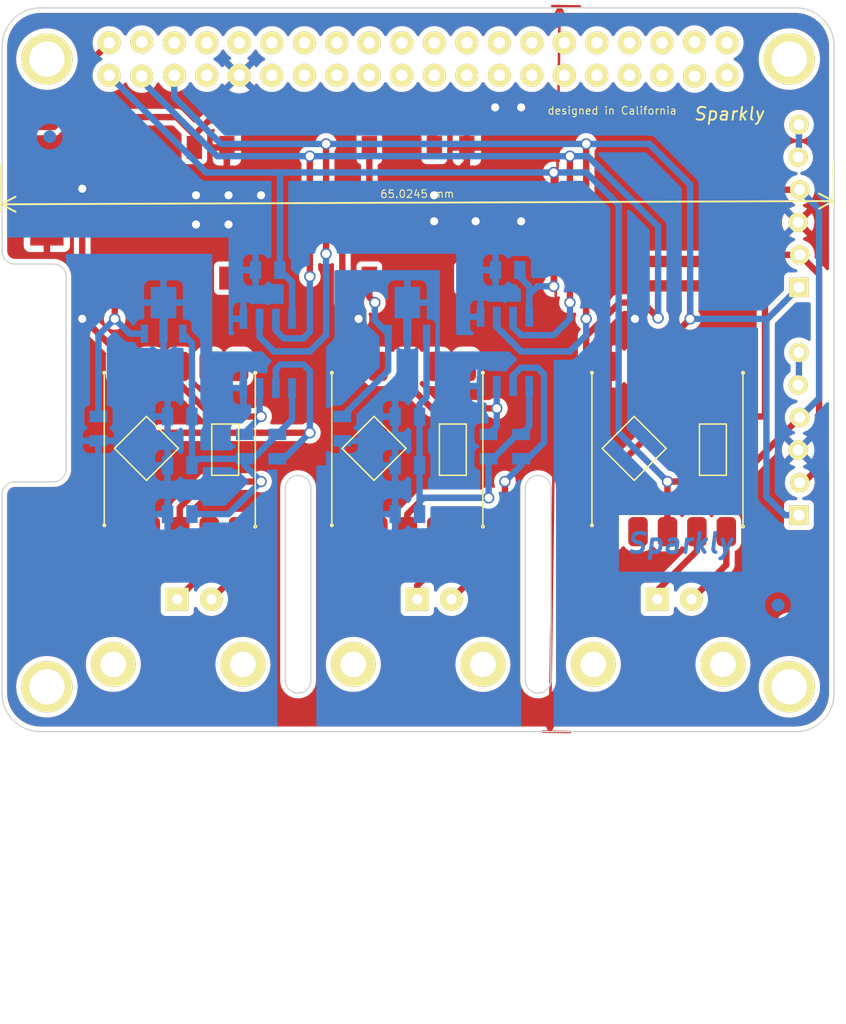
<source format=kicad_pcb>
(kicad_pcb (version 20211014) (generator pcbnew)
  (title_block (title "Tentacle for Raspberry Pi") (date "2017-04-19") (rev "1.0") (company "Whitebox Labs") (comment 1 "Pedro Martin") (comment 2 "Dual isolation, I2C Bus Desi"))
  (layers (0 "F.Cu" signal) (31 "B.Cu" signal) (34 "B.Paste" user) (35 "F.Paste" user) (36 "B.SilkS" user "B.Silkscreen") (37 "F.SilkS" user "F.Silkscreen") (38 "B.Mask" user) (39 "F.Mask" user) (44 "Edge.Cuts" user))
  (net 0 "")
  (net 1 "+3.3V")
  (net 2 "GND")
  (net 3 "GND_ISO2")
  (net 4 "VCC")
  (net 5 "V_ISO2")
  (net 6 "Net-(C202-Pad2)")
  (net 7 "Net-(C302-Pad2)")
  (net 8 "Net-(P101-Pad5)")
  (net 9 "Net-(P201-Pad1)")
  (net 10 "Net-(P201-Pad2)")
  (net 11 "Net-(P301-Pad1)")
  (net 12 "Net-(P301-Pad2)")
  (net 13 "Net-(P401-Pad1)")
  (net 14 "Net-(P401-Pad2)")
  (net 15 "Net-(R201-Pad2)")
  (net 16 "Net-(R202-Pad2)")
  (net 17 "Net-(R301-Pad2)")
  (net 18 "Net-(R302-Pad2)")
  (net 19 "GND_ISO3")
  (net 20 "V_ISO3")
  (net 21 "/SDA")
  (net 22 "/SCL")
  (net 23 "Net-(P102-Pad5)")
  (footprint "temp_terminal:WL-fiducial_1mm" (layer "F.Cu") (at 107.95 65.024)
    (fp_text reference "fiducial" hide)
    (fp_text value "VAL**" hide)
  )
  (footprint "temp_terminal:WL-fiducial_1mm" (layer "F.Cu") (at 166.942 105.2065)
    (fp_text reference "fiducial" hide)
    (fp_text value "VAL**" hide)
  )
  (footprint "temp_terminal:WL-PI_Board_no_outline" (layer "F.Cu") (at 138 61)
    (fp_text reference "PI_Board" hide)
    (fp_text value "VAL**" hide)
  )
  (footprint "temp_terminal:WL-CASE-X-2917" (layer "F.Cu") (at 109 71.25 -90)
    (fp_text reference "C101")
    (fp_text value "470µF")
  )
  (footprint "temp_terminal:WL-R1SE-0505" (layer "F.Cu") (at 119.25 73 180)
    (fp_text reference "DCDC201")
    (fp_text value "R1SE_0505")
  )
  (footprint "temp_terminal:WL-R1SE-0505" (layer "F.Cu") (at 138 73 180)
    (fp_text reference "DCDC301")
    (fp_text value "R1SE_0505")
  )
  (footprint "temp_terminal:WL-PINH_1X6_snk" (layer "F.Cu") (at 167.75 72.47 90)
    (fp_text reference "P101" hide)
    (fp_text value "CONN_01X06" hide)
  )
  (footprint "temp_terminal:WL-EB08040502_snk" (layer "F.Cu") (at 119.25 108.25 180)
    (fp_text reference "P201")
    (fp_text value "BNC")
  )
  (footprint "temp_terminal:WL-EB08040502_snk" (layer "F.Cu") (at 138 108.25 180)
    (fp_text reference "P301")
    (fp_text value "BNC")
  )
  (footprint "temp_terminal:WL-EB08040502_snk" (layer "F.Cu") (at 156.75 108.25 180)
    (fp_text reference "P401")
    (fp_text value "BNC")
  )
  (footprint "temp_terminal:WL-40pin_snk" (layer "F.Cu") (at 138 61)
    (fp_text reference "PI_BOARD101")
    (fp_text value "RASPBERRY_PI_2")
  )
  (footprint "temp_terminal:WL-SM0805R" (layer "F.Cu") (at 156.75 77.75 90)
    (fp_text reference "R101")
    (fp_text value "4.7K")
  )
  (footprint "temp_terminal:WL-SM0805R" (layer "F.Cu") (at 159.25 77.75 90)
    (fp_text reference "R102")
    (fp_text value "4.7K")
  )
  (footprint "temp_terminal:WL-ezo-smd" (layer "F.Cu") (at 114.78 97.89 90)
    (fp_text reference "STP201" hide)
    (fp_text value "EZO_SMD" hide)
  )
  (footprint "temp_terminal:WL-ezo-smd" (layer "F.Cu") (at 132.56 97.89 90)
    (fp_text reference "STP301" hide)
    (fp_text value "EZO_SMD" hide)
  )
  (footprint "temp_terminal:WL-ezo-smd" (layer "F.Cu") (at 152.88 97.89 90)
    (fp_text reference "STP401" hide)
    (fp_text value "EZO_SMD" hide)
  )
  (footprint "temp_terminal:WL-PINH_1X6_snk" (layer "F.Cu") (at 167.75 90.25 90)
    (fp_text reference "P102" hide)
    (fp_text value "CONN_01X06" hide)
  )
  (footprint "temp_terminal:WL-SM0805C" (layer "B.Cu") (at 119.38 92.71)
    (fp_text reference "C201")
    (fp_text value "1µF")
  )
  (footprint "temp_terminal:WL-SM0805C" (layer "B.Cu") (at 113.03 89.8525 90)
    (fp_text reference "C202")
    (fp_text value "1µF")
  )
  (footprint "temp_terminal:WL-SM0805C" (layer "B.Cu") (at 119.38 88.9)
    (fp_text reference "C203")
    (fp_text value "2.2µF")
  )
  (footprint "temp_terminal:WL-SM0805C" (layer "B.Cu") (at 119.38 96.52)
    (fp_text reference "C204")
    (fp_text value "0.1 µF")
  )
  (footprint "temp_terminal:WL-SM0805C" (layer "B.Cu") (at 126.25 77.47 180)
    (fp_text reference "C205")
    (fp_text value "0.1 µF")
  )
  (footprint "temp_terminal:WL-SM0805C" (layer "B.Cu") (at 137.16 92.71)
    (fp_text reference "C301")
    (fp_text value "1µF")
  )
  (footprint "temp_terminal:WL-SM0805C" (layer "B.Cu") (at 132.08 89.8525 90)
    (fp_text reference "C302")
    (fp_text value "1µF")
  )
  (footprint "temp_terminal:WL-SM0805C" (layer "B.Cu") (at 137.16 88.9)
    (fp_text reference "C303")
    (fp_text value "2.2µF")
  )
  (footprint "temp_terminal:WL-SM0805C" (layer "B.Cu") (at 137.16 96.52)
    (fp_text reference "C304")
    (fp_text value "0.1 µF")
  )
  (footprint "temp_terminal:WL-SM0805C" (layer "B.Cu") (at 145 77.47 180)
    (fp_text reference "C305")
    (fp_text value "0.1 µF")
  )
  (footprint "temp_terminal:WL-SM0805R" (layer "B.Cu") (at 124.46 91.25 90)
    (fp_text reference "R201")
    (fp_text value "4.7K")
  )
  (footprint "temp_terminal:WL-SM0805R" (layer "B.Cu") (at 127 91.25 -90)
    (fp_text reference "R202")
    (fp_text value "4.7K")
  )
  (footprint "temp_terminal:WL-SM0805R" (layer "B.Cu") (at 143.51 91.25 90)
    (fp_text reference "R301")
    (fp_text value "4.7K")
  )
  (footprint "temp_terminal:WL-SM0805R" (layer "B.Cu") (at 146.05 91.25 -90)
    (fp_text reference "R302")
    (fp_text value "4.7K")
  )
  (footprint "temp_terminal:WL-SOT89" (layer "B.Cu") (at 118.11 80.96 180)
    (fp_text reference "REG201")
    (fp_text value "LD2981ABU50TR")
  )
  (footprint "temp_terminal:WL-SOT89" (layer "B.Cu") (at 137.16 80.96 180)
    (fp_text reference "REG301")
    (fp_text value "LD2981ABU50TR")
  )
  (footprint "temp_terminal:WL-SOIC8N" (layer "B.Cu") (at 144.78 83.82 90)
    (fp_text reference "SIG_ISO301")
    (fp_text value "SI8600")
  )
  (footprint "temp_terminal:WL-SOIC8N" (layer "B.Cu") (at 126.25 83.98 90)
    (fp_text reference "SIG_ISO201")
    (fp_text value "SI8600")
  )
  (footprint "temp_terminal:WL-fiducial_1mm" (layer "B.Cu") (at 109.22 67.056 180)
    (fp_text reference "fiducial" hide)
    (fp_text value "VAL**" hide)
  )
  (footprint "temp_terminal:WL-fiducial_1mm" (layer "B.Cu") (at 166.116 103.632 180)
    (fp_text reference "fiducial" hide)
    (fp_text value "VAL**" hide)
  )
  (gr_line (start 127.625 109.5) (end 127.625 94.5) (layer "Edge.Cuts") (width 0.1))
  (gr_line (start 129.625 109.5) (end 129.625 94.5) (layer "Edge.Cuts") (width 0.1))
  (gr_arc (start 128.625 110.5) (mid 127.917893 110.207107) (end 127.625 109.5) (layer "Edge.Cuts") (width 0.1))
  (gr_arc (start 129.625 109.5) (mid 129.332107 110.207107) (end 128.625 110.5) (layer "Edge.Cuts") (width 0.1))
  (gr_arc (start 128.625 93.5) (mid 129.332107 93.792893) (end 129.625 94.5) (layer "Edge.Cuts") (width 0.1))
  (gr_arc (start 127.625 94.5) (mid 127.917893 93.792893) (end 128.625 93.5) (layer "Edge.Cuts") (width 0.1))
  (gr_arc (start 105.5 95) (mid 105.792893 94.292893) (end 106.5 94) (layer "Edge.Cuts") (width 0.1))
  (gr_line (start 106.5 94) (end 109.5 94) (layer "Edge.Cuts") (width 0.1))
  (gr_arc (start 105.5 60) (mid 106.37868 57.87868) (end 108.5 57) (layer "Edge.Cuts") (width 0.1))
  (gr_line (start 146.375 109.5) (end 146.375 94.5) (layer "Edge.Cuts") (width 0.1))
  (gr_arc (start 109.5 77) (mid 110.207107 77.292893) (end 110.5 78) (layer "Edge.Cuts") (width 0.1))
  (gr_line (start 105.5 76) (end 105.5 60) (layer "Edge.Cuts") (width 0.1))
  (gr_arc (start 110.5 93) (mid 110.207107 93.707107) (end 109.5 94) (layer "Edge.Cuts") (width 0.1))
  (gr_arc (start 148.375 109.5) (mid 148.082107 110.207107) (end 147.375 110.5) (layer "Edge.Cuts") (width 0.1))
  (gr_arc (start 146.375 94.5) (mid 146.667893 93.792893) (end 147.375 93.5) (layer "Edge.Cuts") (width 0.1))
  (gr_line (start 167.5 113.5) (end 108.5 113.5) (layer "Edge.Cuts") (width 0.1))
  (gr_arc (start 170.5 110.5) (mid 169.62132 112.62132) (end 167.5 113.5) (layer "Edge.Cuts") (width 0.1))
  (gr_line (start 109.5 77) (end 106.5 77) (layer "Edge.Cuts") (width 0.1))
  (gr_arc (start 108.5 113.5) (mid 106.37868 112.62132) (end 105.5 110.5) (layer "Edge.Cuts") (width 0.1))
  (gr_arc (start 167.5 57) (mid 169.62132 57.87868) (end 170.5 60) (layer "Edge.Cuts") (width 0.1))
  (gr_arc (start 147.375 110.5) (mid 146.667893 110.207107) (end 146.375 109.5) (layer "Edge.Cuts") (width 0.1))
  (gr_arc (start 106.5 77) (mid 105.792893 76.707107) (end 105.5 76) (layer "Edge.Cuts") (width 0.1))
  (gr_line (start 148.375 109.5) (end 148.375 94.5) (layer "Edge.Cuts") (width 0.1))
  (gr_line (start 110.5 93) (end 110.5 78) (layer "Edge.Cuts") (width 0.1))
  (gr_line (start 108.5 57) (end 167.5 57) (layer "Edge.Cuts") (width 0.1))
  (gr_line (start 170.5 60) (end 170.5 110.5) (layer "Edge.Cuts") (width 0.1))
  (gr_line (start 105.5 110.5) (end 105.5 95) (layer "Edge.Cuts") (width 0.1))
  (gr_arc (start 147.375 93.5) (mid 148.082107 93.792893) (end 148.375 94.5) (layer "Edge.Cuts") (width 0.1))
  (gr_text "Sparkly" (at 158.496 98.806) (layer "B.Cu") (effects (font (size 1.5 1.5) (thickness 0.3) italic)))
  (gr_text "Sparkly" (at 162.306 65.278) (layer "F.SilkS") (effects (font (size 1 1) (thickness 0.15) italic)))
  (gr_text "designed in California" (at 153.162 65.024) (layer "F.SilkS") (effects (font (size 0.6 0.6) (thickness 0.08))))
  (dimension (type aligned) (layer "F.Cu") (pts (xy 151.13 56.896) (xy 150.368 113.538)) (height 2.0694) (gr_text "56.6471 mm" (at 146.87995 85.16495 89.22925125) (layer "F.Cu") (effects (font (size 1.5 1.5) (thickness 0.3)))) (format (units 3) (units_format 1) (precision 4)) (style (thickness 0.2) (arrow_length 1.27) (text_position_mode 0) (extension_height 0.58642) (extension_offset 0.5) keep_text_aligned))
  (dimension (type aligned) (layer "F.SilkS") (pts (xy 105.41 68.834) (xy 170.434 68.58)) (height 3.501402) (gr_text "65.0245 mm" (at 137.933021 71.52838 0.2238105004) (layer "F.SilkS") (effects (font (size 0.6 0.6) (thickness 0.08)))) (format (units 3) (units_format 1) (precision 4)) (style (thickness 0.15) (arrow_length 1.27) (text_position_mode 0) (extension_height 0.58642) (extension_offset 0.5) keep_text_aligned))
  (segment (start 160.7775 76.7975) (end 166.375 71.2) (width 0.5) (layer "F.Cu") (net 1))
  (segment (start 166.375 71.2) (end 167.8135 71.2) (width 0.5) (layer "F.Cu") (net 1))
  (segment (start 156.75 76.7975) (end 159.25 76.7975) (width 0.5) (layer "F.Cu") (net 1))
  (segment (start 148.59 69.85) (end 148.59 78.74) (width 0.5) (layer "F.Cu") (net 1))
  (segment (start 159.25 76.7975) (end 160.7775 76.7975) (width 0.5) (layer "F.Cu") (net 1))
  (segment (start 157.48 93.98) (end 157.48 97.89) (width 0.5) (layer "F.Cu") (net 1))
  (segment (start 162.8135 93.98) (end 167.8135 88.98) (width 0.5) (layer "F.Cu") (net 1))
  (segment (start 157.48 93.98) (end 162.8135 93.98) (width 0.5) (layer "F.Cu") (net 1))
  (via (at 148.59 78.74) (size 0.889) (drill 0.635) (layers "F.Cu" "B.Cu") (net 1))
  (via (at 157.48 93.98) (size 0.889) (drill 0.635) (layers "F.Cu" "B.Cu") (net 1))
  (via (at 148.59 69.85) (size 0.889) (drill 0.635) (layers "F.Cu" "B.Cu") (net 1))
  (segment (start 167.8135 71.2135) (end 169.325 72.725) (width 0.5) (layer "B.Cu") (net 1))
  (segment (start 169.325 72.725) (end 169.325 87.4685) (width 0.5) (layer "B.Cu") (net 1))
  (segment (start 169.325 87.4685) (end 167.8135 88.98) (width 0.5) (layer "B.Cu") (net 1))
  (segment (start 151.13 69.85) (end 128.19 69.85) (width 0.5) (layer "B.Cu") (net 1))
  (segment (start 157.48 93.98) (end 153.67 90.17) (width 0.5) (layer "B.Cu") (net 1))
  (segment (start 153.67 72.39) (end 151.13 69.85) (width 0.5) (layer "B.Cu") (net 1))
  (segment (start 128.155 81.28) (end 128.155 78.4225) (width 0.5) (layer "B.Cu") (net 1))
  (segment (start 145.9525 78.0075) (end 145.9525 77.47) (width 0.5) (layer "B.Cu") (net 1))
  (segment (start 146.685 78.74) (end 145.9525 78.0075) (width 0.5) (layer "B.Cu") (net 1))
  (segment (start 127.2025 77.47) (end 127.2025 70.0525) (width 0.5) (layer "B.Cu") (net 1))
  (segment (start 121.45 69.85) (end 113.87 62.27) (width 0.5) (layer "B.Cu") (net 1))
  (segment (start 146.685 81.12) (end 146.685 79.375) (width 0.5) (layer "B.Cu") (net 1))
  (segment (start 167.8135 71.2) (end 167.8135 71.2135) (width 0.5) (layer "B.Cu") (net 1))
  (segment (start 146.685 79.375) (end 147.32 78.74) (width 0.5) (layer "B.Cu") (net 1))
  (segment (start 146.685 81.12) (end 146.685 78.74) (width 0.5) (layer "B.Cu") (net 1))
  (segment (start 128.155 78.4225) (end 127.2025 77.47) (width 0.5) (layer "B.Cu") (net 1))
  (segment (start 127 69.85) (end 121.45 69.85) (width 0.5) (layer "B.Cu") (net 1))
  (segment (start 128.27 69.85) (end 127 69.85) (width 0.5) (layer "B.Cu") (net 1))
  (segment (start 127.2025 70.0525) (end 127 69.85) (width 0.5) (layer "B.Cu") (net 1))
  (segment (start 147.32 78.74) (end 148.59 78.74) (width 0.5) (layer "B.Cu") (net 1))
  (segment (start 153.67 90.17) (end 153.67 72.39) (width 0.5) (layer "B.Cu") (net 1))
  (segment (start 110.49 71.12) (end 111.76 71.12) (width 0.5) (layer "F.Cu") (net 2))
  (segment (start 120.65 71.628) (end 121.372 71.628) (width 0.5) (layer "F.Cu") (net 2))
  (segment (start 141.81 69.068) (end 139.25 71.628) (width 0.5) (layer "F.Cu") (net 2))
  (segment (start 144.018 72.136) (end 142.494 73.66) (width 0.5) (layer "F.Cu") (net 2))
  (segment (start 120.65 73.914) (end 123.19 73.914) (width 0.5) (layer "F.Cu") (net 2))
  (segment (start 144.018 64.77) (end 144.018 72.136) (width 0.5) (layer "F.Cu") (net 2))
  (segment (start 109 74.37) (end 109 72.61) (width 0.5) (layer "F.Cu") (net 2))
  (segment (start 152.88 83.34) (end 152.88 84.99) (width 0.5) (layer "F.Cu") (net 2))
  (segment (start 109 72.61) (end 110.49 71.12) (width 0.5) (layer "F.Cu") (net 2))
  (segment (start 123.19 71.628) (end 125.73 71.628) (width 0.5) (layer "F.Cu") (net 2))
  (segment (start 121.372 71.628) (end 123.06 69.94) (width 0.5) (layer "F.Cu") (net 2))
  (segment (start 146.05 73.66) (end 146.05 64.77) (width 0.5) (layer "F.Cu") (net 2))
  (segment (start 141.81 67.9) (end 141.81 69.068) (width 0.5) (layer "F.Cu") (net 2))
  (segment (start 154.94 81.28) (end 152.88 83.34) (width 0.5) (layer "F.Cu") (net 2))
  (segment (start 123.06 69.94) (end 123.06 67.9) (width 0.5) (layer "F.Cu") (net 2))
  (segment (start 139.25 73.66) (end 142.494 73.66) (width 0.5) (layer "F.Cu") (net 2))
  (via (at 120.65 71.628) (size 0.889) (drill 0.635) (layers "F.Cu" "B.Cu") (net 2))
  (via (at 123.19 73.914) (size 0.889) (drill 0.635) (layers "F.Cu" "B.Cu") (net 2))
  (via (at 139.25 71.628) (size 0.889) (drill 0.635) (layers "F.Cu" "B.Cu") (net 2))
  (via (at 139.25 73.66) (size 0.889) (drill 0.635) (layers "F.Cu" "B.Cu") (net 2))
  (via (at 146.05 64.77) (size 0.889) (drill 0.635) (layers "F.Cu" "B.Cu") (net 2))
  (via (at 111.76 71.12) (size 0.889) (drill 0.635) (layers "F.Cu" "B.Cu") (net 2))
  (via (at 142.494 73.66) (size 0.889) (drill 0.635) (layers "F.Cu" "B.Cu") (net 2))
  (via (at 146.05 73.66) (size 0.889) (drill 0.635) (layers "F.Cu" "B.Cu") (net 2))
  (via (at 123.19 71.628) (size 0.889) (drill 0.635) (layers "F.Cu" "B.Cu") (net 2))
  (via (at 125.73 71.628) (size 0.889) (drill 0.635) (layers "F.Cu" "B.Cu") (net 2))
  (via (at 144.018 64.77) (size 0.889) (drill 0.635) (layers "F.Cu" "B.Cu") (net 2))
  (via (at 120.65 73.914) (size 0.889) (drill 0.635) (layers "F.Cu" "B.Cu") (net 2))
  (via (at 154.94 81.28) (size 0.889) (drill 0.635) (layers "F.Cu" "B.Cu") (net 2))
  (segment (start 142.494 73.66) (end 146.05 73.66) (width 0.5) (layer "B.Cu") (net 2))
  (segment (start 123.19 73.914) (end 123.19 71.628) (width 0.5) (layer "B.Cu") (net 2))
  (segment (start 139.25 71.628) (end 139.25 73.66) (width 0.5) (layer "B.Cu") (net 2))
  (segment (start 120.65 71.628) (end 120.65 73.914) (width 0.5) (layer "B.Cu") (net 2))
  (segment (start 114.78 84.17) (end 114.78 84.99) (width 0.5) (layer "F.Cu") (net 3))
  (segment (start 111.76 80.01) (end 111.76 73.66) (width 0.5) (layer "F.Cu") (net 3))
  (segment (start 111.76 81.15) (end 114.78 84.17) (width 0.5) (layer "F.Cu") (net 3))
  (segment (start 111.76 80.01) (end 111.76 81.15) (width 0.5) (layer "F.Cu") (net 3))
  (segment (start 115.44 69.91) (end 111.76 73.59) (width 0.5) (layer "F.Cu") (net 3))
  (segment (start 115.44 67.9) (end 115.44 69.91) (width 0.5) (layer "F.Cu") (net 3))
  (via (at 111.76 81.28) (size 0.889) (drill 0.635) (layers "F.Cu" "B.Cu") (net 3))
  (segment (start 121.666 65.786) (end 137.922 65.786) (width 0.5) (layer "F.Cu") (net 4))
  (segment (start 120.52 67.9) (end 120.52 66.932) (width 0.5) (layer "F.Cu") (net 4))
  (segment (start 120.52 66.926) (end 119.126 65.532) (width 0.5) (layer "F.Cu") (net 4))
  (segment (start 111.76 61.84) (end 111.76 65.37) (width 0.5) (layer "F.Cu") (net 4))
  (segment (start 137.922 65.786) (end 139.27 67.134) (width 0.5) (layer "F.Cu") (net 4))
  (segment (start 139.27 67.134) (end 139.27 67.9) (width 0.5) (layer "F.Cu") (net 4))
  (segment (start 119.126 65.532) (end 111.598 65.532) (width 0.5) (layer "F.Cu") (net 4))
  (segment (start 111.171 65.959) (end 109 68.13) (width 0.5) (layer "F.Cu") (net 4))
  (segment (start 111.598 65.532) (end 111.171 65.959) (width 0.5) (layer "F.Cu") (net 4))
  (segment (start 113.87 59.73) (end 111.76 61.84) (width 0.5) (layer "F.Cu") (net 4))
  (segment (start 120.52 67.9) (end 120.52 66.926) (width 0.5) (layer "F.Cu") (net 4))
  (segment (start 120.52 66.932) (end 121.666 65.786) (width 0.5) (layer "F.Cu") (net 4))
  (segment (start 111.76 65.37) (end 111.171 65.959) (width 0.5) (layer "F.Cu") (net 4))
  (segment (start 119.38 97.89) (end 119.38 96.012) (width 0.5) (layer "F.Cu") (net 5))
  (segment (start 121.412 93.98) (end 125.73 93.98) (width 0.5) (layer "F.Cu") (net 5))
  (segment (start 119.38 96.012) (end 121.412 93.98) (width 0.5) (layer "F.Cu") (net 5))
  (via (at 125.73 93.98) (size 0.889) (drill 0.635) (layers "F.Cu" "B.Cu") (net 5))
  (segment (start 128.155 89.1425) (end 127 90.2975) (width 0.5) (layer "B.Cu") (net 5))
  (segment (start 124.46 92.2025) (end 120.84 92.2025) (width 0.5) (layer "B.Cu") (net 5))
  (segment (start 120.3325 88.9) (end 120.3325 83.1575) (width 0.5) (layer "B.Cu") (net 5))
  (segment (start 123.19 96.52) (end 125.73 93.98) (width 0.5) (layer "B.Cu") (net 5))
  (segment (start 125.095 92.2025) (end 127 90.2975) (width 0.5) (layer "B.Cu") (net 5))
  (segment (start 124.46 92.2025) (end 125.095 92.2025) (width 0.5) (layer "B.Cu") (net 5))
  (segment (start 124.46 92.2025) (end 124.46 92.71) (width 0.5) (layer "B.Cu") (net 5))
  (segment (start 120.3325 83.1575) (end 119.61 82.435) (width 0.5) (layer "B.Cu") (net 5))
  (segment (start 120.84 92.2025) (end 120.3325 92.71) (width 0.5) (layer "B.Cu") (net 5))
  (segment (start 124.46 92.71) (end 125.73 93.98) (width 0.5) (layer "B.Cu") (net 5))
  (segment (start 120.3325 96.52) (end 123.19 96.52) (width 0.5) (layer "B.Cu") (net 5))
  (segment (start 120.3325 92.71) (end 120.3325 88.9) (width 0.5) (layer "B.Cu") (net 5))
  (segment (start 128.155 86.68) (end 128.155 89.1425) (width 0.5) (layer "B.Cu") (net 5))
  (segment (start 114.3 80.45) (end 115.44 79.31) (width 0.5) (layer "F.Cu") (net 6))
  (segment (start 114.3 81.28) (end 114.3 80.45) (width 0.5) (layer "F.Cu") (net 6))
  (segment (start 115.44 79.31) (end 115.44 78.1) (width 0.5) (layer "F.Cu") (net 6))
  (via (at 114.3 81.28) (size 0.889) (drill 0.635) (layers "F.Cu" "B.Cu") (net 6))
  (segment (start 115.455 82.435) (end 114.3 81.28) (width 0.5) (layer "B.Cu") (net 6))
  (segment (start 116.61 82.435) (end 115.455 82.435) (width 0.5) (layer "B.Cu") (net 6))
  (segment (start 113.03 88.9) (end 113.03 82.55) (width 0.5) (layer "B.Cu") (net 6))
  (segment (start 113.03 82.55) (end 114.3 81.28) (width 0.5) (layer "B.Cu") (net 6))
  (segment (start 134.19 78.1) (end 134.19 79.58) (width 0.5) (layer "F.Cu") (net 7))
  (segment (start 134.19 79.58) (end 134.62 80.01) (width 0.5) (layer "F.Cu") (net 7))
  (via (at 134.62 80.01) (size 0.889) (drill 0.635) (layers "F.Cu" "B.Cu") (net 7))
  (segment (start 135.66 82.435) (end 135.66 85.32) (width 0.5) (layer "B.Cu") (net 7))
  (segment (start 134.62 80.01) (end 134.62 81.395) (width 0.5) (layer "B.Cu") (net 7))
  (segment (start 134.62 81.395) (end 135.66 82.435) (width 0.5) (layer "B.Cu") (net 7))
  (segment (start 135.66 85.32) (end 132.08 88.9) (width 0.5) (layer "B.Cu") (net 7))
  (segment (start 167.75 68.5965) (end 167.6865 68.66) (width 0.5) (layer "B.Cu") (net 8))
  (segment (start 167.75 66.12) (end 167.75 68.5965) (width 0.5) (layer "B.Cu") (net 8))
  (segment (start 121.68 100.6765) (end 121.68 97.89) (width 0.5) (layer "F.Cu") (net 9))
  (segment (start 119.1865 103.17) (end 121.68 100.6765) (width 0.5) (layer "F.Cu") (net 9))
  (segment (start 123.98 101.0435) (end 121.8535 103.17) (width 0.5) (layer "F.Cu") (net 10))
  (segment (start 123.98 97.89) (end 123.98 101.0435) (width 0.5) (layer "F.Cu") (net 10))
  (segment (start 137.9365 102.0935) (end 139.46 100.57) (width 0.5) (layer "F.Cu") (net 11))
  (segment (start 139.46 100.57) (end 139.46 97.89) (width 0.5) (layer "F.Cu") (net 11))
  (segment (start 137.9365 103.17) (end 137.9365 102.0935) (width 0.5) (layer "F.Cu") (net 11))
  (segment (start 140.6035 103.17) (end 141.76 102.0135) (width 0.5) (layer "F.Cu") (net 12))
  (segment (start 141.76 102.0135) (end 141.76 97.89) (width 0.5) (layer "F.Cu") (net 12))
  (segment (start 159.78 99.391754) (end 156.75 102.421754) (width 0.5) (layer "F.Cu") (net 13))
  (segment (start 156.75 102.421754) (end 156.75 103.1065) (width 0.5) (layer "F.Cu") (net 13))
  (segment (start 156.75 103.1065) (end 156.6865 103.17) (width 0.5) (layer "F.Cu") (net 13))
  (segment (start 159.78 97.89) (end 159.78 99.391754) (width 0.5) (layer "F.Cu") (net 13))
  (segment (start 162.08 100.474452) (end 159.384452 103.17) (width 0.5) (layer "F.Cu") (net 14))
  (segment (start 159.384452 103.17) (end 159.3535 103.17) (width 0.5) (layer "F.Cu") (net 14))
  (segment (start 162.08 97.89) (end 162.08 100.474452) (width 0.5) (layer "F.Cu") (net 14))
  (segment (start 121.92 88.9) (end 125.73 88.9) (width 0.5) (layer "F.Cu") (net 15))
  (segment (start 119.38 86.36) (end 121.92 88.9) (width 0.5) (layer "F.Cu") (net 15))
  (segment (start 119.38 84.99) (end 119.38 86.36) (width 0.5) (layer "F.Cu") (net 15))
  (via (at 125.73 88.9) (size 0.889) (drill 0.635) (layers "F.Cu" "B.Cu") (net 15))
  (segment (start 124.46 90.2975) (end 124.46 90.17) (width 0.5) (layer "B.Cu") (net 15))
  (segment (start 125.615 86.68) (end 125.615 88.785) (width 0.5) (layer "B.Cu") (net 15))
  (segment (start 124.46 90.17) (end 125.73 88.9) (width 0.5) (layer "B.Cu") (net 15))
  (segment (start 125.615 88.785) (end 125.73 88.9) (width 0.5) (layer "B.Cu") (net 15))
  (segment (start 117.856 90.17) (end 114.78 93.246) (width 0.5) (layer "F.Cu") (net 16))
  (segment (start 114.78 93.246) (end 114.78 97.89) (width 0.5) (layer "F.Cu") (net 16))
  (segment (start 129.54 90.17) (end 117.856 90.17) (width 0.5) (layer "F.Cu") (net 16))
  (via (at 129.54 90.17) (size 0.889) (drill 0.635) (layers "F.Cu" "B.Cu") (net 16))
  (segment (start 129.54 90.17) (end 129.54 85.344) (width 0.5) (layer "B.Cu") (net 16))
  (segment (start 127.5075 92.2025) (end 129.54 90.17) (width 0.5) (layer "B.Cu") (net 16))
  (segment (start 129.54 85.344) (end 129.032 84.836) (width 0.5) (layer "B.Cu") (net 16))
  (segment (start 127.254 84.836) (end 126.885 85.205) (width 0.5) (layer "B.Cu") (net 16))
  (segment (start 126.885 85.205) (end 126.885 86.68) (width 0.5) (layer "B.Cu") (net 16))
  (segment (start 127 92.2025) (end 127.5075 92.2025) (width 0.5) (layer "B.Cu") (net 16))
  (segment (start 129.032 84.836) (end 127.254 84.836) (width 0.5) (layer "B.Cu") (net 16))
  (segment (start 137.16 86.36) (end 139.065 88.265) (width 0.5) (layer "F.Cu") (net 17))
  (segment (start 139.065 88.265) (end 144.145 88.265) (width 0.5) (layer "F.Cu") (net 17))
  (segment (start 137.16 84.99) (end 137.16 86.36) (width 0.5) (layer "F.Cu") (net 17))
  (via (at 144.145 88.265) (size 0.889) (drill 0.635) (layers "F.Cu" "B.Cu") (net 17))
  (segment (start 143.51 90.2975) (end 144.145 89.6625) (width 0.5) (layer "B.Cu") (net 17))
  (segment (start 144.145 89.6625) (end 144.145 88.265) (width 0.5) (layer "B.Cu") (net 17))
  (segment (start 144.145 88.265) (end 144.145 86.52) (width 0.5) (layer "B.Cu") (net 17))
  (segment (start 132.56 97.89) (end 132.56 103.35) (width 0.5) (layer "F.Cu") (net 18))
  (segment (start 143.51 105.41) (end 144.78 104.14) (width 0.5) (layer "F.Cu") (net 18))
  (segment (start 134.62 105.41) (end 143.51 105.41) (width 0.5) (layer "F.Cu") (net 18))
  (segment (start 132.56 103.35) (end 134.62 105.41) (width 0.5) (layer "F.Cu") (net 18))
  (segment (start 144.78 104.14) (end 144.78 93.98) (width 0.5) (layer "F.Cu") (net 18))
  (via (at 144.78 93.98) (size 0.889) (drill 0.635) (layers "F.Cu" "B.Cu") (net 18))
  (segment (start 146.05 92.71) (end 146.05 92.2025) (width 0.5) (layer "B.Cu") (net 18))
  (segment (start 147.828 90.932) (end 146.5575 92.2025) (width 0.5) (layer "B.Cu") (net 18))
  (segment (start 145.415 85.707978) (end 146.032978 85.09) (width 0.5) (layer "B.Cu") (net 18))
  (segment (start 147.828 85.580978) (end 147.828 90.932) (width 0.5) (layer "B.Cu") (net 18))
  (segment (start 146.032978 85.09) (end 147.337022 85.09) (width 0.5) (layer "B.Cu") (net 18))
  (segment (start 144.78 93.98) (end 146.05 92.71) (width 0.5) (layer "B.Cu") (net 18))
  (segment (start 145.415 86.52) (end 145.415 85.707978) (width 0.5) (layer "B.Cu") (net 18))
  (segment (start 146.5575 92.2025) (end 146.05 92.2025) (width 0.5) (layer "B.Cu") (net 18))
  (segment (start 147.337022 85.09) (end 147.828 85.580978) (width 0.5) (layer "B.Cu") (net 18))
  (segment (start 133.35 81.28) (end 132.08 80.01) (width 0.5) (layer "F.Cu") (net 19))
  (segment (start 132.56 84.99) (end 132.56 82.07) (width 0.5) (layer "F.Cu") (net 19))
  (segment (start 132.08 80.01) (end 132.08 74.93) (width 0.5) (layer "F.Cu") (net 19))
  (segment (start 132.08 74.93) (end 134.19 72.82) (width 0.5) (layer "F.Cu") (net 19))
  (segment (start 134.19 72.82) (end 134.19 67.9) (width 0.5) (layer "F.Cu") (net 19))
  (segment (start 132.56 82.07) (end 133.35 81.28) (width 0.5) (layer "F.Cu") (net 19))
  (via (at 133.35 81.28) (size 0.889) (drill 0.635) (layers "F.Cu" "B.Cu") (net 19))
  (segment (start 137.16 96.52) (end 138.43 95.25) (width 0.5) (layer "F.Cu") (net 20))
  (segment (start 137.16 97.89) (end 137.16 96.52) (width 0.5) (layer "F.Cu") (net 20))
  (segment (start 138.43 95.25) (end 143.51 95.25) (width 0.5) (layer "F.Cu") (net 20))
  (via (at 143.51 95.25) (size 0.889) (drill 0.635) (layers "F.Cu" "B.Cu") (net 20))
  (segment (start 138.1125 88.9) (end 138.1125 92.71) (width 0.5) (layer "B.Cu") (net 20))
  (segment (start 138.1125 87.9475) (end 138.66 87.4) (width 0.5) (layer "B.Cu") (net 20))
  (segment (start 138.66 87.4) (end 138.66 82.435) (width 0.5) (layer "B.Cu") (net 20))
  (segment (start 143.82725 92.2025) (end 145.73225 90.2975) (width 0.5) (layer "B.Cu") (net 20))
  (segment (start 143.51 92.2025) (end 143.82725 92.2025) (width 0.5) (layer "B.Cu") (net 20))
  (segment (start 146.685 89.6625) (end 146.685 86.52) (width 0.5) (layer "B.Cu") (net 20))
  (segment (start 145.73225 90.2975) (end 146.05 90.2975) (width 0.5) (layer "B.Cu") (net 20))
  (segment (start 138.43 95.25) (end 138.1125 95.5675) (width 0.5) (layer "B.Cu") (net 20))
  (segment (start 138.1125 95.5675) (end 138.1125 96.52) (width 0.5) (layer "B.Cu") (net 20))
  (segment (start 138.1125 88.9) (end 138.1125 87.9475) (width 0.5) (layer "B.Cu") (net 20))
  (segment (start 143.51 95.25) (end 138.43 95.25) (width 0.5) (layer "B.Cu") (net 20))
  (segment (start 138.1125 96.52) (end 138.1125 92.71) (width 0.5) (layer "B.Cu") (net 20))
  (segment (start 143.51 95.25) (end 143.51 92.2025) (width 0.5) (layer "B.Cu") (net 20))
  (segment (start 146.05 90.2975) (end 146.685 89.6625) (width 0.5) (layer "B.Cu") (net 20))
  (segment (start 168.115 94.06) (end 169.325 92.85) (width 0.5) (layer "F.Cu") (net 21))
  (segment (start 169.325 92.85) (end 169.325 77.7915) (width 0.5) (layer "F.Cu") (net 21))
  (segment (start 169.325 77.7915) (end 167.8135 76.28) (width 0.5) (layer "F.Cu") (net 21))
  (segment (start 157.48 88.9) (end 165.1 88.9) (width 0.5) (layer "F.Cu") (net 21))
  (segment (start 165.1 77.2) (end 166.02 76.28) (width 0.5) (layer "F.Cu") (net 21))
  (segment (start 149.86 68.58) (end 149.86 80.01) (width 0.5) (layer "F.Cu") (net 21))
  (segment (start 166.02 76.28) (end 167.8135 76.28) (width 0.5) (layer "F.Cu") (net 21))
  (segment (start 153.67 80.01) (end 153.67 80.080691) (width 0.5) (layer "F.Cu") (net 21))
  (segment (start 155.5524 80.01) (end 153.67 80.01) (width 0.5) (layer "F.Cu") (net 21))
  (segment (start 165.1 88.9) (end 165.1 82.55) (width 0.5) (layer "F.Cu") (net 21))
  (segment (start 167.8135 94.06) (end 168.115 94.06) (width 0.5) (layer "F.Cu") (net 21))
  (segment (start 156.75 81.2076) (end 155.5524 80.01) (width 0.5) (layer "F.Cu") (net 21))
  (segment (start 165.1 82.55) (end 165.1 77.2) (width 0.5) (layer "F.Cu") (net 21))
  (segment (start 129.54 68.58) (end 129.54 77.978) (width 0.5) (layer "F.Cu") (net 21))
  (segment (start 151.13 82.620691) (end 151.13 91.75) (width 0.5) (layer "F.Cu") (net 21))
  (segment (start 151.13 91.75) (end 152.88 93.5) (width 0.5) (layer "F.Cu") (net 21))
  (segment (start 152.88 93.5) (end 157.48 88.9) (width 0.5) (layer "F.Cu") (net 21))
  (segment (start 156.75 78.7025) (end 156.75 81.2076) (width 0.5) (layer "F.Cu") (net 21))
  (segment (start 152.88 97.89) (end 152.88 93.5) (width 0.5) (layer "F.Cu") (net 21))
  (segment (start 153.67 80.080691) (end 151.13 82.620691) (width 0.5) (layer "F.Cu") (net 21))
  (via (at 149.86 68.58) (size 0.889) (drill 0.635) (layers "F.Cu" "B.Cu") (net 21))
  (via (at 129.54 77.978) (size 0.889) (drill 0.635) (layers "F.Cu" "B.Cu") (net 21))
  (via (at 129.54 68.58) (size 0.889) (drill 0.635) (layers "F.Cu" "B.Cu") (net 21))
  (via (at 156.75 81.2076) (size 0.889) (drill 0.635) (layers "F.Cu" "B.Cu") (net 21))
  (via (at 149.86 80.01) (size 0.889) (drill 0.635) (layers "F.Cu" "B.Cu") (net 21))
  (segment (start 149.86 80.01) (end 149.86 81.28) (width 0.5) (layer "B.Cu") (net 21))
  (segment (start 156.75 74.075) (end 156.75 81.2076) (width 0.5) (layer "B.Cu") (net 21))
  (segment (start 116.41 62.685) (end 116.41 62.3335) (width 0.5) (layer "B.Cu") (net 21))
  (segment (start 145.415 81.915) (end 145.415 81.12) (width 0.5) (layer "B.Cu") (net 21))
  (segment (start 151.255 68.58) (end 156.75 74.075) (width 0.5) (layer "B.Cu") (net 21))
  (segment (start 146.05 82.55) (end 145.415 81.915) (width 0.5) (layer "B.Cu") (net 21))
  (segment (start 148.59 82.55) (end 146.05 82.55) (width 0.5) (layer "B.Cu") (net 21))
  (segment (start 129.54 82.296) (end 129.032 82.804) (width 0.5) (layer "B.Cu") (net 21))
  (segment (start 129.54 68.58) (end 151.255 68.58) (width 0.5) (layer "B.Cu") (net 21))
  (segment (start 127.508 82.804) (end 126.885 82.181) (width 0.5) (layer "B.Cu") (net 21))
  (segment (start 129.54 68.58) (end 122.305 68.58) (width 0.5) (layer "B.Cu") (net 21))
  (segment (start 129.54 77.978) (end 129.54 82.296) (width 0.5) (layer "B.Cu") (net 21))
  (segment (start 126.885 82.181) (end 126.885 81.28) (width 0.5) (layer "B.Cu") (net 21))
  (segment (start 129.032 82.804) (end 127.508 82.804) (width 0.5) (layer "B.Cu") (net 21))
  (segment (start 149.86 81.28) (end 148.59 82.55) (width 0.5) (layer "B.Cu") (net 21))
  (segment (start 122.305 68.58) (end 116.41 62.685) (width 0.5) (layer "B.Cu") (net 21))
  (segment (start 159.25 81.28) (end 157.48 83.05) (width 0.5) (layer "F.Cu") (net 22))
  (segment (start 151.13 81.28) (end 151.13 67.625) (width 0.5) (layer "F.Cu") (net 22))
  (segment (start 157.48 83.05) (end 157.48 84.99) (width 0.5) (layer "F.Cu") (net 22))
  (segment (start 130.81 67.625) (end 130.81 76.2) (width 0.5) (layer "F.Cu") (net 22))
  (segment (start 159.25 81.28) (end 159.25 78.7025) (width 0.5) (layer "F.Cu") (net 22))
  (via (at 151.13 67.625) (size 0.889) (drill 0.635) (layers "F.Cu" "B.Cu") (net 22))
  (via (at 159.25 81.28) (size 0.889) (drill 0.635) (layers "F.Cu" "B.Cu") (net 22))
  (via (at 130.81 76.2) (size 0.889) (drill 0.635) (layers "F.Cu" "B.Cu") (net 22))
  (via (at 151.13 81.28) (size 0.889) (drill 0.635) (layers "F.Cu" "B.Cu") (net 22))
  (via (at 130.81 67.625) (size 0.889) (drill 0.635) (layers "F.Cu" "B.Cu") (net 22))
  (segment (start 165.21 95.16) (end 166.65 96.6) (width 0.5) (layer "B.Cu") (net 22))
  (segment (start 166.65 96.6) (end 167.75 96.6) (width 0.5) (layer "B.Cu") (net 22))
  (segment (start 130.81 82.55) (end 129.54 83.82) (width 0.5) (layer "B.Cu") (net 22))
  (segment (start 126.746 83.82) (end 125.615 82.689) (width 0.5) (layer "B.Cu") (net 22))
  (segment (start 118.95 63.975) (end 118.95 62.27) (width 0.5) (layer "B.Cu") (net 22))
  (segment (start 167.75 78.82) (end 165.29 81.28) (width 0.5) (layer "B.Cu") (net 22))
  (segment (start 130.81 76.2) (end 130.81 82.55) (width 0.5) (layer "B.Cu") (net 22))
  (segment (start 122.6 67.625) (end 118.95 63.975) (width 0.5) (layer "B.Cu") (net 22))
  (segment (start 151.13 82.55) (end 149.86 83.82) (width 0.5) (layer "B.Cu") (net 22))
  (segment (start 156.075 67.625) (end 151.13 67.625) (width 0.5) (layer "B.Cu") (net 22))
  (segment (start 130.81 67.625) (end 151.13 67.625) (width 0.5) (layer "B.Cu") (net 22))
  (segment (start 151.13 81.28) (end 151.13 82.55) (width 0.5) (layer "B.Cu") (net 22))
  (segment (start 159.25 81.28) (end 159.25 70.8) (width 0.5) (layer "B.Cu") (net 22))
  (segment (start 129.54 83.82) (end 126.746 83.82) (width 0.5) (layer "B.Cu") (net 22))
  (segment (start 125.615 82.689) (end 125.615 81.28) (width 0.5) (layer "B.Cu") (net 22))
  (segment (start 144.145 81.915) (end 144.145 81.12) (width 0.5) (layer "B.Cu") (net 22))
  (segment (start 159.25 70.8) (end 156.075 67.625) (width 0.5) (layer "B.Cu") (net 22))
  (segment (start 165.21 81.39) (end 165.21 95.16) (width 0.5) (layer "B.Cu") (net 22))
  (segment (start 165.29 81.28) (end 159.25 81.28) (width 0.5) (layer "B.Cu") (net 22))
  (segment (start 130.81 67.625) (end 122.6 67.625) (width 0.5) (layer "B.Cu") (net 22))
  (segment (start 146.05 83.82) (end 144.145 81.915) (width 0.5) (layer "B.Cu") (net 22))
  (segment (start 149.86 83.82) (end 146.05 83.82) (width 0.5) (layer "B.Cu") (net 22))
  (segment (start 167.75 86.3765) (end 167.6865 86.44) (width 0.5) (layer "B.Cu") (net 23))
  (segment (start 167.75 83.9) (end 167.75 86.3765) (width 0.5) (layer "B.Cu") (net 23))
  (zone (net 2) (net_name "GND") (layer "F.Cu") (connect_pads (clearance 0.40015)) (min_thickness 0.254) (fill yes (thermal_gap 0.508) (thermal_bridge_width 0.508))
    (polygon (pts (xy 171.45 114.3) (xy 105.41 114.554) (xy 105.41 56.642) (xy 171.196 56.388)))
  )
  (zone (net 2) (net_name "GND") (layer "B.Cu") (connect_pads (clearance 0.40015)) (min_thickness 0.254) (fill yes (thermal_gap 0.508) (thermal_bridge_width 0.508))
    (polygon (pts (xy 171.45 114.3) (xy 148.59 114.3) (xy 148.59 82.55) (xy 140.97 82.55) (xy 140.97 76.2) (xy 129.54 76.2) (xy 129.54 82.55) (xy 123.19 82.55) (xy 123.19 74.93) (xy 105.41 74.93) (xy 105.41 56.388) (xy 171.45 56.388)))
  )
  (zone (net 3) (net_name "GND_ISO2") (layer "B.Cu") (connect_pads (clearance 0.40015)) (min_thickness 0.254) (fill yes (thermal_gap 0.508) (thermal_bridge_width 0.508))
    (polygon (pts (xy 121.92 83.82) (xy 127 83.82) (xy 127 114.3) (xy 105.41 114.3) (xy 105.41 92.71) (xy 110.49 92.71) (xy 110.49 76.2) (xy 121.92 76.2)))
  )
  (zone (net 19) (net_name "GND_ISO3") (layer "B.Cu") (connect_pads (clearance 0.40015)) (min_thickness 0.254) (fill yes (thermal_gap 0.508) (thermal_bridge_width 0.508))
    (polygon (pts (xy 139.7 83.82) (xy 146.05 83.82) (xy 146.05 114.3) (xy 130.048 114.3) (xy 130.048 92.71) (xy 130.81 92.71) (xy 130.81 77.47) (xy 139.7 77.47)))
  )
)
</source>
